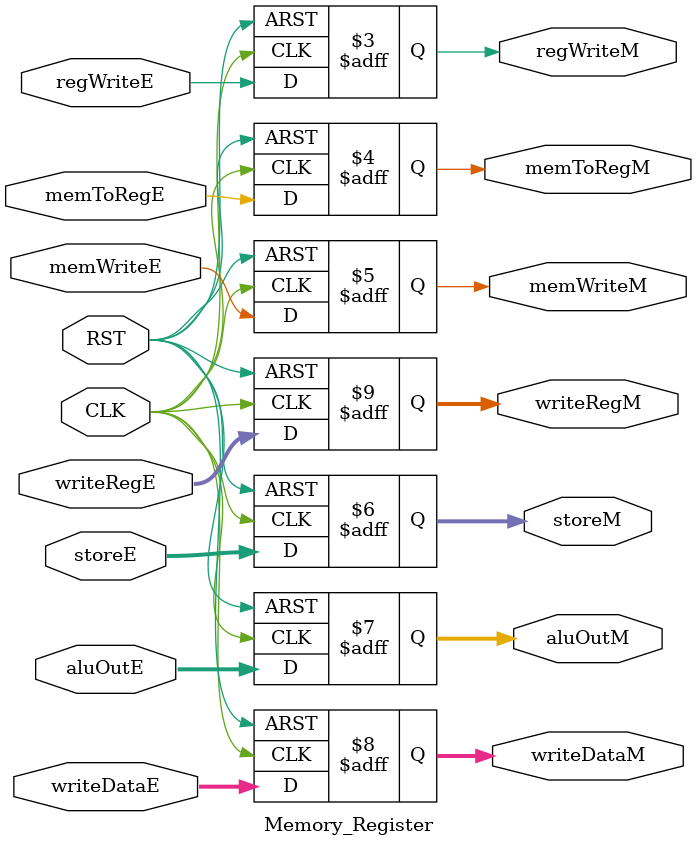
<source format=v>
module Memory_Register (
        input  wire CLK, RST,
    input wire regWriteE, memToRegE, memWriteE, 
    input wire [1:0] storeE,
    input  wire   [31:0]    aluOutE, writeDataE,
    input wire   [4:0]     writeRegE,
    output reg   regWriteM, memToRegM, memWriteM, 
    output reg [1:0] storeM,
    output reg   [31:0]  aluOutM, writeDataM,
    output  reg   [4:0]    writeRegM
);

always @(posedge CLK or negedge RST)
    begin
        if (!RST)
            begin
                regWriteM  <=    1'b0; 
                memToRegM  <=    1'b0;
                memWriteM  <=    1'b0;
                storeM <=   2'b0;
                aluOutM    <=    32'b0; 
                writeDataM <=    32'b0;
                writeRegM  <=    5'b0;
            end
        else
            begin
                regWriteM  <=   regWriteE; 
                memToRegM  <=   memToRegE;
                storeM <= storeE;
                memWriteM   <=   memWriteE;
                aluOutM  <=   aluOutE; 
                writeDataM  <=   writeDataE;
                writeRegM  <=   writeRegE;
            end
    end
endmodule 
</source>
